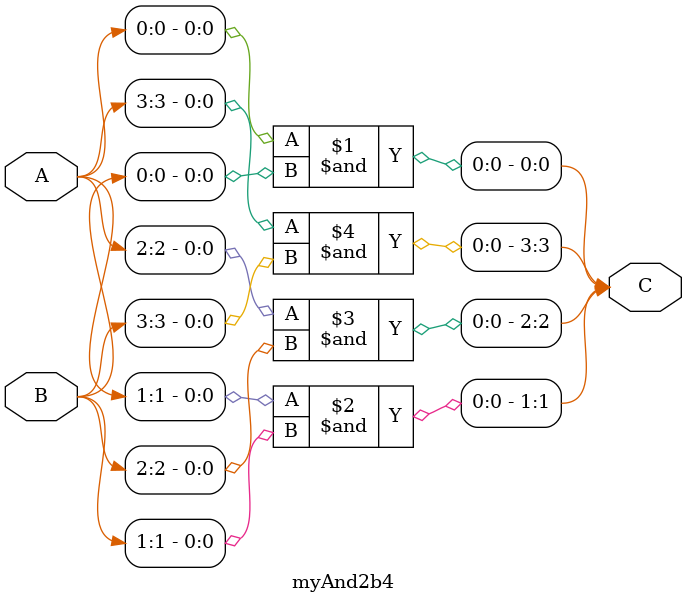
<source format=v>
`timescale 1ns / 1ps
module myAnd2b4(
	input wire [3:0] A,
	input wire [3:0] B,
	output wire [3:0] C
    );
	
	and a0(C[0], A[0], B[0]);
	and a1(C[1], A[1], B[1]);
	and a2(C[2], A[2], B[2]);
	and a3(C[3], A[3], B[3]);

endmodule

</source>
